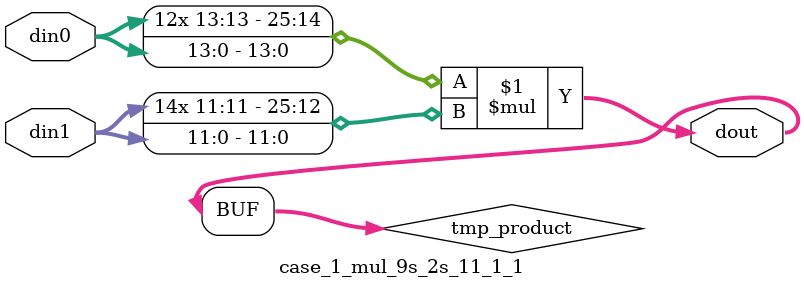
<source format=v>

`timescale 1 ns / 1 ps

 (* use_dsp = "no" *)  module case_1_mul_9s_2s_11_1_1(din0, din1, dout);
parameter ID = 1;
parameter NUM_STAGE = 0;
parameter din0_WIDTH = 14;
parameter din1_WIDTH = 12;
parameter dout_WIDTH = 26;

input [din0_WIDTH - 1 : 0] din0; 
input [din1_WIDTH - 1 : 0] din1; 
output [dout_WIDTH - 1 : 0] dout;

wire signed [dout_WIDTH - 1 : 0] tmp_product;



























assign tmp_product = $signed(din0) * $signed(din1);








assign dout = tmp_product;





















endmodule

</source>
